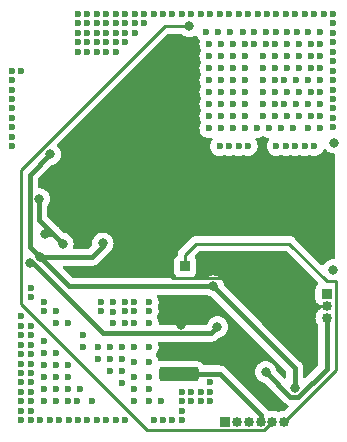
<source format=gbr>
%TF.GenerationSoftware,KiCad,Pcbnew,(6.0.5)*%
%TF.CreationDate,2022-07-20T13:20:04-04:00*%
%TF.ProjectId,torque_motor_design,746f7271-7565-45f6-9d6f-746f725f6465,rev?*%
%TF.SameCoordinates,Original*%
%TF.FileFunction,Copper,L2,Bot*%
%TF.FilePolarity,Positive*%
%FSLAX46Y46*%
G04 Gerber Fmt 4.6, Leading zero omitted, Abs format (unit mm)*
G04 Created by KiCad (PCBNEW (6.0.5)) date 2022-07-20 13:20:04*
%MOMM*%
%LPD*%
G01*
G04 APERTURE LIST*
G04 Aperture macros list*
%AMRoundRect*
0 Rectangle with rounded corners*
0 $1 Rounding radius*
0 $2 $3 $4 $5 $6 $7 $8 $9 X,Y pos of 4 corners*
0 Add a 4 corners polygon primitive as box body*
4,1,4,$2,$3,$4,$5,$6,$7,$8,$9,$2,$3,0*
0 Add four circle primitives for the rounded corners*
1,1,$1+$1,$2,$3*
1,1,$1+$1,$4,$5*
1,1,$1+$1,$6,$7*
1,1,$1+$1,$8,$9*
0 Add four rect primitives between the rounded corners*
20,1,$1+$1,$2,$3,$4,$5,0*
20,1,$1+$1,$4,$5,$6,$7,0*
20,1,$1+$1,$6,$7,$8,$9,0*
20,1,$1+$1,$8,$9,$2,$3,0*%
G04 Aperture macros list end*
%TA.AperFunction,ComponentPad*%
%ADD10R,0.850000X0.850000*%
%TD*%
%TA.AperFunction,ComponentPad*%
%ADD11O,0.850000X0.850000*%
%TD*%
%TA.AperFunction,SMDPad,CuDef*%
%ADD12RoundRect,0.250000X1.425000X-0.362500X1.425000X0.362500X-1.425000X0.362500X-1.425000X-0.362500X0*%
%TD*%
%TA.AperFunction,ViaPad*%
%ADD13C,0.600000*%
%TD*%
%TA.AperFunction,ViaPad*%
%ADD14C,0.800000*%
%TD*%
%TA.AperFunction,Conductor*%
%ADD15C,0.400000*%
%TD*%
%TA.AperFunction,Conductor*%
%ADD16C,0.250000*%
%TD*%
G04 APERTURE END LIST*
D10*
%TO.P,header_2,1*%
%TO.N,N/C*%
X198932800Y-58486800D03*
D11*
%TO.P,header_2,2*%
%TO.N,GND*%
X198932800Y-59486800D03*
%TO.P,header_2,3*%
%TO.N,+V*%
X198932800Y-60486800D03*
%TD*%
D10*
%TO.P,Current_Sense,1*%
%TO.N,current_sense*%
X186962000Y-56128000D03*
%TD*%
%TO.P,header,1*%
%TO.N,N/C*%
X190347600Y-69291200D03*
D11*
%TO.P,header,2*%
X191347600Y-69291200D03*
%TO.P,header,3*%
X192347600Y-69291200D03*
%TO.P,header,4*%
%TO.N,Net-(Motor-1-Pad1)*%
X193347600Y-69291200D03*
%TO.P,header,5*%
%TO.N,Torque_Mode*%
X194347600Y-69291200D03*
%TO.P,header,6*%
%TO.N,current_sense*%
X195347600Y-69291200D03*
%TD*%
D12*
%TO.P,R3,1*%
%TO.N,Net-(Motor-1-Pad1)*%
X186462000Y-65290500D03*
%TO.P,R3,2*%
%TO.N,GND*%
X186462000Y-59365500D03*
%TD*%
D13*
%TO.N,-V*%
X172292000Y-43568000D03*
X172288521Y-40367999D03*
X172292000Y-41968000D03*
X172292000Y-41168000D03*
X172292000Y-42768000D03*
X172292000Y-45168000D03*
X172292000Y-39568000D03*
X172292000Y-44368000D03*
X173080258Y-39557864D03*
X172289680Y-45965680D03*
D14*
%TO.N,+V*%
X174592000Y-50418000D03*
X176602000Y-54208000D03*
X173792000Y-55868000D03*
X193792000Y-65078000D03*
X175092000Y-53368000D03*
X189692000Y-61268000D03*
D13*
%TO.N,-V*%
X175006000Y-62484000D03*
X192786000Y-36322000D03*
X189992000Y-41402000D03*
X189892000Y-45968000D03*
X196088000Y-44450000D03*
X173092000Y-65168000D03*
X178692000Y-69168000D03*
X192292000Y-34768000D03*
X183492000Y-34768000D03*
X181864000Y-60960000D03*
X199492000Y-38768000D03*
X187492000Y-67568000D03*
D14*
X175517500Y-46649601D03*
D13*
X197358000Y-44450000D03*
X197612000Y-39370000D03*
X185892000Y-34768000D03*
X185892000Y-69168000D03*
X196342000Y-42418000D03*
X189992000Y-43434000D03*
X185092000Y-69168000D03*
X181864000Y-59182000D03*
X195326000Y-42418000D03*
X179832000Y-59182000D03*
X180594000Y-64008000D03*
X189992000Y-40386000D03*
X195580000Y-38354000D03*
X177892000Y-36368000D03*
X195580000Y-36322000D03*
X178054000Y-66548000D03*
X186692000Y-34768000D03*
X183896000Y-59944000D03*
X189092000Y-67568000D03*
X181864000Y-59944000D03*
X198374000Y-39370000D03*
X173892000Y-57968000D03*
X175006000Y-65532000D03*
X194564000Y-43434000D03*
X196292000Y-34768000D03*
X182692000Y-35568000D03*
X195580000Y-39370000D03*
X179492000Y-37168000D03*
X176022000Y-60960000D03*
X188976000Y-38354000D03*
X197612000Y-43434000D03*
X173092000Y-61968000D03*
X181892000Y-69168000D03*
X188976000Y-44450000D03*
X192024000Y-40386000D03*
X192024000Y-42418000D03*
X196596000Y-39370000D03*
X197358000Y-40386000D03*
X173891999Y-66789876D03*
X191897000Y-36322000D03*
X194691866Y-45964521D03*
X181092000Y-35568000D03*
X179070000Y-67564000D03*
X197612000Y-41402000D03*
X192292000Y-45968000D03*
X177092000Y-69168000D03*
X199492000Y-41168000D03*
X188976000Y-40386000D03*
X199492000Y-35568000D03*
X182626000Y-64262000D03*
X179486781Y-69162781D03*
X182626000Y-59944000D03*
D14*
X189342000Y-57818000D03*
D13*
X187492000Y-34768000D03*
X177038000Y-65532000D03*
X180292000Y-37968000D03*
X189892000Y-34768000D03*
X173892000Y-68368000D03*
X196596000Y-43434000D03*
X183896000Y-64262000D03*
X198374000Y-40386000D03*
X184288521Y-69164521D03*
D14*
X196242000Y-66418000D03*
D13*
X180292000Y-34768000D03*
X192024000Y-44450000D03*
X183896000Y-59182000D03*
X193548000Y-38354000D03*
X182626000Y-60960000D03*
X188292000Y-34768000D03*
X173092000Y-69168000D03*
X196292000Y-45968000D03*
X199492000Y-37168000D03*
X193548000Y-43434000D03*
X181092000Y-69168000D03*
X173892000Y-65968000D03*
X194056000Y-44450000D03*
X184292000Y-34768000D03*
D14*
X174692000Y-55368000D03*
D13*
X182626000Y-65532000D03*
X175006000Y-59944000D03*
X176022000Y-67564000D03*
X183870642Y-67546787D03*
X173892000Y-61968000D03*
X189738000Y-36322000D03*
X199492000Y-42768000D03*
X175492000Y-69168000D03*
X178692000Y-37968000D03*
X178692000Y-35568000D03*
X195580000Y-41402000D03*
X193548000Y-40386000D03*
X179491599Y-35562781D03*
X191492000Y-34768000D03*
X176022000Y-63500000D03*
X188976000Y-43434000D03*
X189092000Y-65968000D03*
X196469000Y-36322000D03*
X177038000Y-66548000D03*
X175006000Y-67564000D03*
X190692000Y-45968000D03*
X193548000Y-39370000D03*
X191492000Y-45968000D03*
X192786000Y-37338000D03*
X173892000Y-65168000D03*
X183896000Y-62992000D03*
X198692000Y-34768000D03*
X194564000Y-39370000D03*
X191008000Y-39370000D03*
X194564000Y-37338000D03*
X192024000Y-41402000D03*
X183896000Y-66548000D03*
X180848000Y-60960000D03*
X199492000Y-43568000D03*
X181610000Y-66040000D03*
X173092000Y-65968000D03*
X195580000Y-37338000D03*
X188292000Y-67568000D03*
X180848000Y-59968000D03*
X182626000Y-66548000D03*
X193548000Y-41402000D03*
X184912000Y-67564000D03*
X181610000Y-62992000D03*
X189085575Y-66761778D03*
X197892000Y-45968000D03*
X186692000Y-67568000D03*
X189992000Y-42418000D03*
X177892000Y-37968000D03*
X179578000Y-62992000D03*
X177892000Y-37168000D03*
X177038000Y-60960000D03*
X186692000Y-69168000D03*
X193548000Y-42418000D03*
X179578000Y-64008000D03*
X181892000Y-34768000D03*
X173084172Y-68366393D03*
X186692000Y-66768000D03*
X181610000Y-64008000D03*
X177038000Y-67564000D03*
X180594000Y-62992000D03*
X173890393Y-58766393D03*
X191008000Y-37338000D03*
X189992000Y-44450000D03*
X181892000Y-36368000D03*
X198374000Y-42418000D03*
X198374000Y-38354000D03*
X199492000Y-40368000D03*
X196596000Y-38354000D03*
X188976000Y-37338000D03*
X179484172Y-37967999D03*
X173092000Y-64368000D03*
X176292000Y-69168000D03*
X198374000Y-37338000D03*
X173092000Y-60368000D03*
X180292000Y-36368000D03*
X199492000Y-44368000D03*
X181092000Y-34768000D03*
X176022000Y-64516000D03*
X193802000Y-37338000D03*
X173092000Y-66768000D03*
X182626000Y-62992000D03*
X189092000Y-34768000D03*
X175006000Y-59182000D03*
X173892000Y-64368000D03*
X182626000Y-59182000D03*
X194564000Y-40386000D03*
X181892000Y-37168000D03*
X178692000Y-37168000D03*
X197358000Y-42418000D03*
X180292000Y-37168000D03*
X178308000Y-62992000D03*
X199492000Y-39568000D03*
X189992000Y-38354000D03*
X178692000Y-34768000D03*
X192024000Y-39370000D03*
X181092000Y-36368000D03*
X176022000Y-65532000D03*
X183896000Y-60960000D03*
X177892000Y-34768000D03*
X194564000Y-38354000D03*
X176022000Y-66548000D03*
X175006000Y-63500000D03*
X198374000Y-36322000D03*
X181610000Y-65024000D03*
X180848000Y-59182000D03*
X181092000Y-37968000D03*
X188292000Y-66768000D03*
X173092000Y-67568000D03*
X173092000Y-63568000D03*
X191008000Y-43434000D03*
X199492000Y-41968000D03*
X187488787Y-66761778D03*
X186692000Y-68368000D03*
X191008000Y-41402000D03*
X190692000Y-34768000D03*
X173092000Y-62768000D03*
X179492000Y-36368000D03*
X182692000Y-34768000D03*
X190754000Y-36322000D03*
X183896000Y-65532000D03*
X196596000Y-41402000D03*
X175006000Y-64516000D03*
X178308000Y-61976000D03*
X199492000Y-34768000D03*
X194691000Y-36322000D03*
X177892000Y-35568000D03*
X179492000Y-34768000D03*
X197612000Y-37338000D03*
X191008000Y-44450000D03*
X183492000Y-35568000D03*
X192024000Y-37338000D03*
X199488521Y-37967999D03*
X199492000Y-36368000D03*
X197092000Y-45968000D03*
X195072000Y-44450000D03*
X198374000Y-41402000D03*
X180292000Y-35568000D03*
X196342000Y-40386000D03*
X188976000Y-42418000D03*
X181892000Y-35568000D03*
X174692000Y-69168000D03*
X193040000Y-44450000D03*
X193892000Y-34768000D03*
X180292000Y-69168000D03*
X191008000Y-38354000D03*
X188722000Y-36322000D03*
X197892000Y-34768000D03*
X193802000Y-36322000D03*
X185092000Y-34768000D03*
D14*
X199491600Y-56438800D03*
D13*
X191008000Y-42418000D03*
X176022000Y-59944000D03*
X173092000Y-61168000D03*
X177892000Y-69168000D03*
X198374000Y-44450000D03*
X193092000Y-34768000D03*
X182626000Y-67564000D03*
D14*
X199592000Y-45668000D03*
D13*
X195326000Y-40386000D03*
X188976000Y-41402000D03*
X173892000Y-69168000D03*
X178692000Y-36368000D03*
X177800000Y-67564000D03*
X198374000Y-43434000D03*
X173892000Y-67568000D03*
X182692000Y-36368000D03*
X188976000Y-39370000D03*
X180594000Y-65024000D03*
X192024000Y-43434000D03*
X181092000Y-37168000D03*
X173892000Y-62768000D03*
X197612000Y-38354000D03*
X195580000Y-43434000D03*
X195492000Y-45968000D03*
X192024000Y-38354000D03*
X191008000Y-40386000D03*
X189992000Y-37338000D03*
X194692000Y-34768000D03*
D14*
X179992000Y-54193000D03*
D13*
X195492000Y-34768000D03*
X173892000Y-61168000D03*
X175006000Y-66548000D03*
X194564000Y-41402000D03*
X177038000Y-64516000D03*
X197358000Y-36322000D03*
X194564000Y-42418000D03*
X189992000Y-39370000D03*
X196596000Y-37338000D03*
X173892000Y-63568000D03*
X197092000Y-34768000D03*
X179832000Y-59944000D03*
D14*
%TO.N,Torque_Mode*%
X187325000Y-35814000D03*
%TO.N,GND*%
X191008000Y-57277000D03*
X187807600Y-52578000D03*
X186639200Y-61061600D03*
X180721000Y-42672000D03*
X183742000Y-41718000D03*
X175671854Y-51486867D03*
X178212000Y-53318000D03*
X194818000Y-56845200D03*
%TO.N,Net-(Motor-1-Pad1)*%
X186752000Y-65238000D03*
%TD*%
D15*
%TO.N,+V*%
X198932800Y-64787170D02*
X198932800Y-60486800D01*
X174061320Y-55868000D02*
X180004431Y-61811111D01*
X175092000Y-53368000D02*
X175762000Y-53368000D01*
X175762000Y-53368000D02*
X176602000Y-54208000D01*
X174592000Y-50418000D02*
X174592000Y-52198000D01*
X174592000Y-52198000D02*
X176602000Y-54208000D01*
X195881511Y-67167511D02*
X196552459Y-67167511D01*
X180004431Y-61811111D02*
X189148889Y-61811111D01*
X193792000Y-65078000D02*
X195881511Y-67167511D01*
X189148889Y-61811111D02*
X189692000Y-61268000D01*
X196552459Y-67167511D02*
X198932800Y-64787170D01*
X173792000Y-55868000D02*
X174061320Y-55868000D01*
%TO.N,-V*%
X173792489Y-48374612D02*
X173792489Y-54468489D01*
X196242000Y-64718000D02*
X189342000Y-57818000D01*
X177142000Y-57818000D02*
X174692000Y-55368000D01*
X179992000Y-54193000D02*
X179992000Y-54448680D01*
X175517500Y-46649601D02*
X173792489Y-48374612D01*
X189342000Y-57818000D02*
X177142000Y-57818000D01*
X173792489Y-54468489D02*
X174692000Y-55368000D01*
X179992000Y-54448680D02*
X179072680Y-55368000D01*
X179072680Y-55368000D02*
X174692000Y-55368000D01*
X196242000Y-66418000D02*
X196242000Y-64718000D01*
D16*
%TO.N,Torque_Mode*%
X185216800Y-35814000D02*
X187325000Y-35814000D01*
X183731911Y-69990711D02*
X173024800Y-59283600D01*
X194347600Y-69291200D02*
X193648089Y-69990711D01*
X193648089Y-69990711D02*
X183731911Y-69990711D01*
X173024800Y-48006000D02*
X185216800Y-35814000D01*
X173024800Y-59283600D02*
X173024800Y-48006000D01*
%TO.N,GND*%
X194818000Y-57294000D02*
X197010800Y-59486800D01*
X194818000Y-56845200D02*
X191439800Y-56845200D01*
X175671854Y-51486867D02*
X177502987Y-53318000D01*
X186462000Y-60884400D02*
X186639200Y-61061600D01*
X180721000Y-42672000D02*
X180721000Y-46437721D01*
X190874489Y-57143489D02*
X185972289Y-57143489D01*
X180315667Y-51486867D02*
X175671854Y-51486867D01*
X180721000Y-45491400D02*
X180721000Y-42672000D01*
X187807600Y-52578000D02*
X180721000Y-45491400D01*
X197010800Y-59486800D02*
X198932800Y-59486800D01*
X181675000Y-41718000D02*
X183742000Y-41718000D01*
X186509500Y-59318000D02*
X186462000Y-59365500D01*
X177502987Y-53318000D02*
X178212000Y-53318000D01*
X185972289Y-57143489D02*
X180315667Y-51486867D01*
X194818000Y-56845200D02*
X194818000Y-57294000D01*
X180721000Y-46437721D02*
X175671854Y-51486867D01*
X191439800Y-56845200D02*
X191008000Y-57277000D01*
X180721000Y-42672000D02*
X181675000Y-41718000D01*
X186612000Y-59318000D02*
X186509500Y-59318000D01*
X186462000Y-59365500D02*
X186462000Y-60884400D01*
X191008000Y-57277000D02*
X190874489Y-57143489D01*
D15*
%TO.N,Net-(Motor-1-Pad1)*%
X186752000Y-65238000D02*
X189895440Y-65238000D01*
X193347600Y-68690160D02*
X193347600Y-69291200D01*
X186514500Y-65238000D02*
X186462000Y-65290500D01*
X189895440Y-65238000D02*
X193347600Y-68690160D01*
X186752000Y-65238000D02*
X186514500Y-65238000D01*
D16*
%TO.N,current_sense*%
X199745600Y-57404000D02*
X198983600Y-57404000D01*
X198983600Y-57404000D02*
X195783200Y-54203600D01*
X199745600Y-64893200D02*
X199745600Y-57404000D01*
X186962000Y-55150800D02*
X186962000Y-56128000D01*
X195347600Y-69291200D02*
X199745600Y-64893200D01*
X187909200Y-54203600D02*
X186962000Y-55150800D01*
X195783200Y-54203600D02*
X187909200Y-54203600D01*
%TD*%
%TA.AperFunction,Conductor*%
%TO.N,GND*%
G36*
X188798716Y-58546502D02*
G01*
X188804656Y-58550564D01*
X188872916Y-58600158D01*
X188885248Y-58609118D01*
X188891276Y-58611802D01*
X188891278Y-58611803D01*
X189042842Y-58679283D01*
X189059712Y-58686794D01*
X189196411Y-58715850D01*
X189212569Y-58719285D01*
X189275467Y-58753437D01*
X195496595Y-64974565D01*
X195530621Y-65036877D01*
X195533500Y-65063660D01*
X195533500Y-65513340D01*
X195513498Y-65581461D01*
X195459842Y-65627954D01*
X195389568Y-65638058D01*
X195324988Y-65608564D01*
X195318405Y-65602435D01*
X194726665Y-65010695D01*
X194692639Y-64948383D01*
X194690450Y-64934770D01*
X194686232Y-64894637D01*
X194686232Y-64894635D01*
X194685542Y-64888072D01*
X194626527Y-64706444D01*
X194605990Y-64670872D01*
X194575286Y-64617692D01*
X194531040Y-64541056D01*
X194517611Y-64526141D01*
X194407675Y-64404045D01*
X194407674Y-64404044D01*
X194403253Y-64399134D01*
X194248752Y-64286882D01*
X194242724Y-64284198D01*
X194242722Y-64284197D01*
X194080319Y-64211891D01*
X194080318Y-64211891D01*
X194074288Y-64209206D01*
X193954175Y-64183675D01*
X193893944Y-64170872D01*
X193893939Y-64170872D01*
X193887487Y-64169500D01*
X193696513Y-64169500D01*
X193690061Y-64170872D01*
X193690056Y-64170872D01*
X193629825Y-64183675D01*
X193509712Y-64209206D01*
X193503682Y-64211891D01*
X193503681Y-64211891D01*
X193341278Y-64284197D01*
X193341276Y-64284198D01*
X193335248Y-64286882D01*
X193180747Y-64399134D01*
X193176326Y-64404044D01*
X193176325Y-64404045D01*
X193066390Y-64526141D01*
X193052960Y-64541056D01*
X193008714Y-64617692D01*
X192978011Y-64670872D01*
X192957473Y-64706444D01*
X192898458Y-64888072D01*
X192897768Y-64894633D01*
X192897768Y-64894635D01*
X192884826Y-65017771D01*
X192878496Y-65078000D01*
X192879186Y-65084565D01*
X192889264Y-65180448D01*
X192898458Y-65267928D01*
X192957473Y-65449556D01*
X193052960Y-65614944D01*
X193057378Y-65619851D01*
X193057379Y-65619852D01*
X193176325Y-65751955D01*
X193180747Y-65756866D01*
X193269017Y-65820998D01*
X193307125Y-65848685D01*
X193335248Y-65869118D01*
X193341276Y-65871802D01*
X193341278Y-65871803D01*
X193503681Y-65944109D01*
X193509712Y-65946794D01*
X193646411Y-65975850D01*
X193662569Y-65979285D01*
X193725467Y-66013437D01*
X195360061Y-67648031D01*
X195365915Y-67654296D01*
X195403950Y-67697896D01*
X195410168Y-67702266D01*
X195456208Y-67734623D01*
X195461504Y-67738556D01*
X195511793Y-67777988D01*
X195518715Y-67781113D01*
X195520963Y-67782475D01*
X195535696Y-67790879D01*
X195538035Y-67792133D01*
X195544250Y-67796501D01*
X195551326Y-67799260D01*
X195551330Y-67799262D01*
X195603780Y-67819711D01*
X195609858Y-67822266D01*
X195657805Y-67843915D01*
X195711658Y-67890176D01*
X195731953Y-67958210D01*
X195712243Y-68026416D01*
X195695049Y-68047846D01*
X195422100Y-68320795D01*
X195359788Y-68354821D01*
X195333005Y-68357700D01*
X195249485Y-68357700D01*
X195243032Y-68359072D01*
X195243028Y-68359072D01*
X195167873Y-68375047D01*
X195057544Y-68398498D01*
X195051514Y-68401183D01*
X195051513Y-68401183D01*
X195025551Y-68412742D01*
X194898848Y-68469154D01*
X194828482Y-68478588D01*
X194796353Y-68469155D01*
X194669649Y-68412742D01*
X194643687Y-68401183D01*
X194643686Y-68401183D01*
X194637656Y-68398498D01*
X194527327Y-68375047D01*
X194452172Y-68359072D01*
X194452168Y-68359072D01*
X194445715Y-68357700D01*
X194249485Y-68357700D01*
X194240998Y-68359504D01*
X194097851Y-68389930D01*
X194027061Y-68384528D01*
X193970428Y-68341711D01*
X193964545Y-68332846D01*
X193961915Y-68326855D01*
X193957296Y-68320836D01*
X193957294Y-68320832D01*
X193936140Y-68293265D01*
X193923013Y-68276158D01*
X193919141Y-68270828D01*
X193887261Y-68224440D01*
X193887256Y-68224435D01*
X193882957Y-68218179D01*
X193876100Y-68212069D01*
X193836430Y-68176725D01*
X193831154Y-68171744D01*
X190416890Y-64757480D01*
X190411036Y-64751215D01*
X190380045Y-64715690D01*
X190373001Y-64707615D01*
X190320720Y-64670871D01*
X190315426Y-64666939D01*
X190271133Y-64632209D01*
X190265158Y-64627524D01*
X190258242Y-64624401D01*
X190255956Y-64623017D01*
X190241275Y-64614643D01*
X190238915Y-64613378D01*
X190232701Y-64609010D01*
X190225622Y-64606250D01*
X190225620Y-64606249D01*
X190173165Y-64585798D01*
X190167096Y-64583247D01*
X190108867Y-64556955D01*
X190101400Y-64555571D01*
X190098845Y-64554770D01*
X190082592Y-64550141D01*
X190080012Y-64549478D01*
X190072931Y-64546718D01*
X190065400Y-64545727D01*
X190065398Y-64545726D01*
X190035779Y-64541827D01*
X190009579Y-64538378D01*
X190003081Y-64537348D01*
X189940254Y-64525704D01*
X189932674Y-64526141D01*
X189932673Y-64526141D01*
X189878048Y-64529291D01*
X189870794Y-64529500D01*
X188602617Y-64529500D01*
X188534496Y-64509498D01*
X188495474Y-64469805D01*
X188489332Y-64459880D01*
X188485478Y-64453652D01*
X188360303Y-64328695D01*
X188354072Y-64324854D01*
X188215968Y-64239725D01*
X188215966Y-64239724D01*
X188209738Y-64235885D01*
X188108066Y-64202162D01*
X188048389Y-64182368D01*
X188048387Y-64182368D01*
X188041861Y-64180203D01*
X188035025Y-64179503D01*
X188035022Y-64179502D01*
X187991969Y-64175091D01*
X187937400Y-64169500D01*
X184986600Y-64169500D01*
X184983354Y-64169837D01*
X184983350Y-64169837D01*
X184887692Y-64179762D01*
X184887688Y-64179763D01*
X184880834Y-64180474D01*
X184874298Y-64182655D01*
X184874296Y-64182655D01*
X184854709Y-64189190D01*
X184783760Y-64191774D01*
X184722676Y-64155591D01*
X184692514Y-64095443D01*
X184691744Y-64095618D01*
X184691033Y-64092489D01*
X184690851Y-64092126D01*
X184690670Y-64090892D01*
X184690182Y-64088745D01*
X184689397Y-64081745D01*
X184663103Y-64006238D01*
X184632064Y-63917106D01*
X184632062Y-63917103D01*
X184629745Y-63910448D01*
X184533626Y-63756624D01*
X184520935Y-63743844D01*
X184493979Y-63716699D01*
X184460172Y-63654268D01*
X184465484Y-63583470D01*
X184496492Y-63536670D01*
X184505872Y-63527737D01*
X184519266Y-63514982D01*
X184619643Y-63363902D01*
X184684055Y-63194338D01*
X184696010Y-63109273D01*
X184708748Y-63018639D01*
X184708748Y-63018636D01*
X184709299Y-63014717D01*
X184709616Y-62992000D01*
X184689397Y-62811745D01*
X184685546Y-62800685D01*
X184645973Y-62687048D01*
X184642459Y-62616138D01*
X184677841Y-62554586D01*
X184740883Y-62521934D01*
X184764964Y-62519611D01*
X189119977Y-62519611D01*
X189128547Y-62519903D01*
X189178665Y-62523320D01*
X189178669Y-62523320D01*
X189186241Y-62523836D01*
X189193718Y-62522531D01*
X189193719Y-62522531D01*
X189220197Y-62517910D01*
X189249192Y-62512849D01*
X189255710Y-62511888D01*
X189319131Y-62504213D01*
X189326232Y-62501530D01*
X189328841Y-62500889D01*
X189345151Y-62496426D01*
X189347687Y-62495661D01*
X189355173Y-62494354D01*
X189413689Y-62468667D01*
X189419793Y-62466176D01*
X189472437Y-62446284D01*
X189472438Y-62446283D01*
X189479545Y-62443598D01*
X189485808Y-62439294D01*
X189488174Y-62438057D01*
X189502986Y-62429812D01*
X189505240Y-62428479D01*
X189512194Y-62425426D01*
X189562891Y-62386524D01*
X189568221Y-62382652D01*
X189614609Y-62350772D01*
X189614614Y-62350767D01*
X189620870Y-62346468D01*
X189662325Y-62299940D01*
X189667305Y-62294665D01*
X189758533Y-62203437D01*
X189821431Y-62169285D01*
X189837589Y-62165850D01*
X189974288Y-62136794D01*
X189980319Y-62134109D01*
X190142722Y-62061803D01*
X190142724Y-62061802D01*
X190148752Y-62059118D01*
X190303253Y-61946866D01*
X190431040Y-61804944D01*
X190526527Y-61639556D01*
X190585542Y-61457928D01*
X190605504Y-61268000D01*
X190590943Y-61129457D01*
X190586232Y-61084635D01*
X190586232Y-61084633D01*
X190585542Y-61078072D01*
X190526527Y-60896444D01*
X190431040Y-60731056D01*
X190417205Y-60715690D01*
X190307675Y-60594045D01*
X190307674Y-60594044D01*
X190303253Y-60589134D01*
X190148752Y-60476882D01*
X190142724Y-60474198D01*
X190142722Y-60474197D01*
X189980319Y-60401891D01*
X189980318Y-60401891D01*
X189974288Y-60399206D01*
X189880887Y-60379353D01*
X189793944Y-60360872D01*
X189793939Y-60360872D01*
X189787487Y-60359500D01*
X189596513Y-60359500D01*
X189590061Y-60360872D01*
X189590056Y-60360872D01*
X189503113Y-60379353D01*
X189409712Y-60399206D01*
X189403682Y-60401891D01*
X189403681Y-60401891D01*
X189241278Y-60474197D01*
X189241276Y-60474198D01*
X189235248Y-60476882D01*
X189080747Y-60589134D01*
X189076326Y-60594044D01*
X189076325Y-60594045D01*
X188966796Y-60715690D01*
X188952960Y-60731056D01*
X188857473Y-60896444D01*
X188828167Y-60986640D01*
X188818774Y-61015547D01*
X188778701Y-61074153D01*
X188713304Y-61101790D01*
X188698941Y-61102611D01*
X184835397Y-61102611D01*
X184767276Y-61082609D01*
X184720783Y-61028953D01*
X184709409Y-60974855D01*
X184709561Y-60963964D01*
X184709561Y-60963959D01*
X184709616Y-60960000D01*
X184689397Y-60779745D01*
X184687080Y-60773091D01*
X184632064Y-60615106D01*
X184632062Y-60615103D01*
X184629745Y-60608448D01*
X184573674Y-60518715D01*
X184554539Y-60450349D01*
X184575581Y-60382221D01*
X184592577Y-60356640D01*
X184619643Y-60315902D01*
X184672527Y-60176685D01*
X184681555Y-60152920D01*
X184681556Y-60152918D01*
X184684055Y-60146338D01*
X184709299Y-59966717D01*
X184709616Y-59944000D01*
X184689397Y-59763745D01*
X184687080Y-59757091D01*
X184632993Y-59601774D01*
X184629479Y-59530864D01*
X184634196Y-59515594D01*
X184681554Y-59390924D01*
X184681556Y-59390917D01*
X184684055Y-59384338D01*
X184687136Y-59362415D01*
X184708748Y-59208639D01*
X184708748Y-59208636D01*
X184709299Y-59204717D01*
X184709616Y-59182000D01*
X184689397Y-59001745D01*
X184687080Y-58995091D01*
X184632064Y-58837106D01*
X184632062Y-58837103D01*
X184629745Y-58830448D01*
X184560272Y-58719267D01*
X184541137Y-58650900D01*
X184562002Y-58583039D01*
X184616244Y-58537231D01*
X184667127Y-58526500D01*
X188730595Y-58526500D01*
X188798716Y-58546502D01*
G37*
%TD.AperFunction*%
%TA.AperFunction,Conductor*%
G36*
X195536727Y-54857102D02*
G01*
X195557701Y-54874005D01*
X198177643Y-57493948D01*
X198211669Y-57556260D01*
X198206604Y-57627076D01*
X198164113Y-57683869D01*
X198144539Y-57698539D01*
X198057185Y-57815095D01*
X198006055Y-57951484D01*
X197999300Y-58013666D01*
X197999300Y-58959934D01*
X198006055Y-59022116D01*
X198057185Y-59158505D01*
X198144539Y-59275061D01*
X198261095Y-59362415D01*
X198397484Y-59413545D01*
X198405336Y-59414398D01*
X198405340Y-59414399D01*
X198456380Y-59419943D01*
X198521943Y-59447185D01*
X198562369Y-59505548D01*
X198564825Y-59576502D01*
X198528530Y-59637520D01*
X198494023Y-59660312D01*
X198469514Y-59671224D01*
X198469506Y-59671229D01*
X198463479Y-59673912D01*
X198458138Y-59677792D01*
X198458137Y-59677793D01*
X198339835Y-59763745D01*
X198304726Y-59789253D01*
X198300305Y-59794163D01*
X198300304Y-59794164D01*
X198241302Y-59859693D01*
X198173423Y-59935080D01*
X198075308Y-60105020D01*
X198014670Y-60291645D01*
X198013980Y-60298208D01*
X198013980Y-60298209D01*
X198003719Y-60395832D01*
X197994158Y-60486800D01*
X198014670Y-60681955D01*
X198075308Y-60868580D01*
X198078611Y-60874302D01*
X198078612Y-60874303D01*
X198160160Y-61015547D01*
X198173423Y-61038520D01*
X198177845Y-61043431D01*
X198177847Y-61043434D01*
X198191936Y-61059082D01*
X198222654Y-61123089D01*
X198224300Y-61143392D01*
X198224300Y-64441509D01*
X198204298Y-64509630D01*
X198187395Y-64530604D01*
X197633435Y-65084565D01*
X197165595Y-65552405D01*
X197103283Y-65586430D01*
X197032468Y-65581366D01*
X196975632Y-65538819D01*
X196950821Y-65472299D01*
X196950500Y-65463310D01*
X196950500Y-64746927D01*
X196950792Y-64738358D01*
X196954210Y-64688225D01*
X196954210Y-64688221D01*
X196954726Y-64680648D01*
X196943736Y-64617681D01*
X196942775Y-64611165D01*
X196939705Y-64585798D01*
X196935102Y-64547758D01*
X196932419Y-64540657D01*
X196931778Y-64538048D01*
X196927313Y-64521728D01*
X196926548Y-64519195D01*
X196925243Y-64511717D01*
X196899552Y-64453190D01*
X196897067Y-64447102D01*
X196877172Y-64394449D01*
X196877171Y-64394447D01*
X196874487Y-64387344D01*
X196870186Y-64381085D01*
X196868949Y-64378720D01*
X196860727Y-64363948D01*
X196859372Y-64361656D01*
X196856316Y-64354695D01*
X196851691Y-64348668D01*
X196851689Y-64348664D01*
X196817407Y-64303987D01*
X196813529Y-64298650D01*
X196805442Y-64286882D01*
X196777357Y-64246019D01*
X196770712Y-64240098D01*
X196730839Y-64204573D01*
X196725563Y-64199592D01*
X193502656Y-60976685D01*
X190276665Y-57750695D01*
X190242639Y-57688383D01*
X190240450Y-57674770D01*
X190236232Y-57634637D01*
X190235542Y-57628072D01*
X190176527Y-57446444D01*
X190081040Y-57281056D01*
X189953253Y-57139134D01*
X189816293Y-57039626D01*
X189804094Y-57030763D01*
X189804093Y-57030762D01*
X189798752Y-57026882D01*
X189792724Y-57024198D01*
X189792722Y-57024197D01*
X189630319Y-56951891D01*
X189630318Y-56951891D01*
X189624288Y-56949206D01*
X189530887Y-56929353D01*
X189443944Y-56910872D01*
X189443939Y-56910872D01*
X189437487Y-56909500D01*
X189246513Y-56909500D01*
X189240061Y-56910872D01*
X189240056Y-56910872D01*
X189153113Y-56929353D01*
X189059712Y-56949206D01*
X189053682Y-56951891D01*
X189053681Y-56951891D01*
X188891278Y-57024197D01*
X188891276Y-57024198D01*
X188885248Y-57026882D01*
X188879907Y-57030762D01*
X188879906Y-57030763D01*
X188804656Y-57085436D01*
X188737789Y-57109294D01*
X188730595Y-57109500D01*
X187857327Y-57109500D01*
X187789206Y-57089498D01*
X187742713Y-57035842D01*
X187732609Y-56965568D01*
X187756501Y-56907935D01*
X187832229Y-56806891D01*
X187837615Y-56799705D01*
X187888745Y-56663316D01*
X187895500Y-56601134D01*
X187895500Y-55654866D01*
X187888745Y-55592684D01*
X187837615Y-55456295D01*
X187780948Y-55380684D01*
X187756101Y-55314178D01*
X187771154Y-55244796D01*
X187792680Y-55216024D01*
X187937935Y-55070770D01*
X188134701Y-54874004D01*
X188197013Y-54839979D01*
X188223796Y-54837100D01*
X195468606Y-54837100D01*
X195536727Y-54857102D01*
G37*
%TD.AperFunction*%
%TA.AperFunction,Conductor*%
G36*
X186684921Y-36467502D02*
G01*
X186704147Y-36483843D01*
X186704420Y-36483540D01*
X186709332Y-36487963D01*
X186713747Y-36492866D01*
X186719086Y-36496745D01*
X186849988Y-36591851D01*
X186868248Y-36605118D01*
X186874276Y-36607802D01*
X186874278Y-36607803D01*
X187012397Y-36669297D01*
X187042712Y-36682794D01*
X187135807Y-36702582D01*
X187223056Y-36721128D01*
X187223061Y-36721128D01*
X187229513Y-36722500D01*
X187420487Y-36722500D01*
X187426939Y-36721128D01*
X187426944Y-36721128D01*
X187514193Y-36702582D01*
X187607288Y-36682794D01*
X187637603Y-36669297D01*
X187775722Y-36607803D01*
X187775724Y-36607802D01*
X187781752Y-36605118D01*
X187789307Y-36599629D01*
X187790804Y-36599095D01*
X187792811Y-36597936D01*
X187793023Y-36598303D01*
X187856175Y-36575770D01*
X187925327Y-36591851D01*
X187974807Y-36642765D01*
X187978020Y-36650297D01*
X187978240Y-36650195D01*
X187981195Y-36656590D01*
X187983418Y-36663273D01*
X187987065Y-36669295D01*
X187987066Y-36669297D01*
X188073270Y-36811637D01*
X188077380Y-36818424D01*
X188082270Y-36823487D01*
X188082274Y-36823493D01*
X188187763Y-36932729D01*
X188220696Y-36995625D01*
X188215528Y-37063350D01*
X188198554Y-37109986D01*
X188185197Y-37146685D01*
X188162463Y-37326640D01*
X188180163Y-37507160D01*
X188237418Y-37679273D01*
X188296413Y-37776685D01*
X188299101Y-37781124D01*
X188317280Y-37849753D01*
X188297236Y-37914650D01*
X188251054Y-37986310D01*
X188251050Y-37986319D01*
X188247235Y-37992238D01*
X188244826Y-37998858D01*
X188244825Y-37998859D01*
X188187606Y-38156066D01*
X188185197Y-38162685D01*
X188162463Y-38342640D01*
X188180163Y-38523160D01*
X188237418Y-38695273D01*
X188241065Y-38701295D01*
X188241066Y-38701297D01*
X188255967Y-38725902D01*
X188289601Y-38781437D01*
X188299101Y-38797124D01*
X188317280Y-38865753D01*
X188297236Y-38930650D01*
X188251054Y-39002310D01*
X188251050Y-39002319D01*
X188247235Y-39008238D01*
X188185197Y-39178685D01*
X188162463Y-39358640D01*
X188180163Y-39539160D01*
X188237418Y-39711273D01*
X188241065Y-39717295D01*
X188241066Y-39717297D01*
X188299101Y-39813124D01*
X188317280Y-39881753D01*
X188297236Y-39946650D01*
X188251054Y-40018310D01*
X188251050Y-40018319D01*
X188247235Y-40024238D01*
X188185197Y-40194685D01*
X188162463Y-40374640D01*
X188180163Y-40555160D01*
X188237418Y-40727273D01*
X188241065Y-40733295D01*
X188241066Y-40733297D01*
X188299101Y-40829124D01*
X188317280Y-40897753D01*
X188297236Y-40962650D01*
X188251054Y-41034310D01*
X188251050Y-41034319D01*
X188247235Y-41040238D01*
X188185197Y-41210685D01*
X188162463Y-41390640D01*
X188180163Y-41571160D01*
X188237418Y-41743273D01*
X188241065Y-41749295D01*
X188241066Y-41749297D01*
X188299101Y-41845124D01*
X188317280Y-41913753D01*
X188297236Y-41978650D01*
X188251054Y-42050310D01*
X188251050Y-42050319D01*
X188247235Y-42056238D01*
X188185197Y-42226685D01*
X188162463Y-42406640D01*
X188180163Y-42587160D01*
X188237418Y-42759273D01*
X188241065Y-42765295D01*
X188241066Y-42765297D01*
X188299101Y-42861124D01*
X188317280Y-42929753D01*
X188297236Y-42994650D01*
X188251054Y-43066310D01*
X188251050Y-43066319D01*
X188247235Y-43072238D01*
X188244826Y-43078858D01*
X188244825Y-43078859D01*
X188193908Y-43218752D01*
X188185197Y-43242685D01*
X188162463Y-43422640D01*
X188180163Y-43603160D01*
X188237418Y-43775273D01*
X188241065Y-43781295D01*
X188241066Y-43781297D01*
X188299101Y-43877124D01*
X188317280Y-43945753D01*
X188297236Y-44010650D01*
X188251054Y-44082310D01*
X188251050Y-44082319D01*
X188247235Y-44088238D01*
X188185197Y-44258685D01*
X188162463Y-44438640D01*
X188180163Y-44619160D01*
X188237418Y-44791273D01*
X188241065Y-44797295D01*
X188241066Y-44797297D01*
X188256697Y-44823106D01*
X188331380Y-44946424D01*
X188457382Y-45076902D01*
X188463278Y-45080760D01*
X188590577Y-45164062D01*
X188609159Y-45176222D01*
X188615763Y-45178678D01*
X188615765Y-45178679D01*
X188772558Y-45236990D01*
X188772560Y-45236990D01*
X188779168Y-45239448D01*
X188862995Y-45250633D01*
X188951980Y-45262507D01*
X188951984Y-45262507D01*
X188958961Y-45263438D01*
X188965972Y-45262800D01*
X188965976Y-45262800D01*
X189054137Y-45254776D01*
X189139600Y-45246998D01*
X189144627Y-45245365D01*
X189214684Y-45251202D01*
X189271017Y-45294413D01*
X189295045Y-45361220D01*
X189279140Y-45430413D01*
X189266915Y-45448366D01*
X189266529Y-45448840D01*
X189261493Y-45453771D01*
X189163235Y-45606238D01*
X189160826Y-45612858D01*
X189160824Y-45612861D01*
X189140755Y-45668000D01*
X189101197Y-45776685D01*
X189078463Y-45956640D01*
X189096163Y-46137160D01*
X189153418Y-46309273D01*
X189157065Y-46315295D01*
X189157066Y-46315297D01*
X189240701Y-46453395D01*
X189247380Y-46464424D01*
X189252269Y-46469487D01*
X189252270Y-46469488D01*
X189273027Y-46490982D01*
X189373382Y-46594902D01*
X189525159Y-46694222D01*
X189531763Y-46696678D01*
X189531765Y-46696679D01*
X189688558Y-46754990D01*
X189688560Y-46754990D01*
X189695168Y-46757448D01*
X189772729Y-46767797D01*
X189867980Y-46780507D01*
X189867984Y-46780507D01*
X189874961Y-46781438D01*
X189881972Y-46780800D01*
X189881976Y-46780800D01*
X190024845Y-46767797D01*
X190055600Y-46764998D01*
X190062302Y-46762820D01*
X190062304Y-46762820D01*
X190221409Y-46711124D01*
X190221412Y-46711123D01*
X190228108Y-46708947D01*
X190234159Y-46705340D01*
X190240574Y-46702430D01*
X190241826Y-46705190D01*
X190297550Y-46690866D01*
X190337185Y-46698694D01*
X190495168Y-46757448D01*
X190572729Y-46767797D01*
X190667980Y-46780507D01*
X190667984Y-46780507D01*
X190674961Y-46781438D01*
X190681972Y-46780800D01*
X190681976Y-46780800D01*
X190824845Y-46767797D01*
X190855600Y-46764998D01*
X190862302Y-46762820D01*
X190862304Y-46762820D01*
X191021409Y-46711124D01*
X191021412Y-46711123D01*
X191028108Y-46708947D01*
X191034159Y-46705340D01*
X191040574Y-46702430D01*
X191041826Y-46705190D01*
X191097550Y-46690866D01*
X191137185Y-46698694D01*
X191295168Y-46757448D01*
X191372729Y-46767797D01*
X191467980Y-46780507D01*
X191467984Y-46780507D01*
X191474961Y-46781438D01*
X191481972Y-46780800D01*
X191481976Y-46780800D01*
X191624845Y-46767797D01*
X191655600Y-46764998D01*
X191662302Y-46762820D01*
X191662304Y-46762820D01*
X191821409Y-46711124D01*
X191821412Y-46711123D01*
X191828108Y-46708947D01*
X191834159Y-46705340D01*
X191840574Y-46702430D01*
X191841826Y-46705190D01*
X191897550Y-46690866D01*
X191937185Y-46698694D01*
X192095168Y-46757448D01*
X192172729Y-46767797D01*
X192267980Y-46780507D01*
X192267984Y-46780507D01*
X192274961Y-46781438D01*
X192281972Y-46780800D01*
X192281976Y-46780800D01*
X192424845Y-46767797D01*
X192455600Y-46764998D01*
X192462302Y-46762820D01*
X192462304Y-46762820D01*
X192621409Y-46711124D01*
X192621412Y-46711123D01*
X192628108Y-46708947D01*
X192783912Y-46616069D01*
X192915266Y-46490982D01*
X193015643Y-46339902D01*
X193070303Y-46196011D01*
X193077555Y-46176920D01*
X193077556Y-46176918D01*
X193080055Y-46170338D01*
X193081361Y-46161046D01*
X193104748Y-45994639D01*
X193104748Y-45994636D01*
X193105299Y-45990717D01*
X193105616Y-45968000D01*
X193085397Y-45787745D01*
X193082272Y-45778771D01*
X193028064Y-45623106D01*
X193028062Y-45623103D01*
X193025745Y-45616448D01*
X192929626Y-45462624D01*
X192930214Y-45462257D01*
X192905543Y-45401296D01*
X192918716Y-45331533D01*
X192967515Y-45279966D01*
X193023155Y-45265565D01*
X193022961Y-45263438D01*
X193203600Y-45246998D01*
X193210302Y-45244820D01*
X193210304Y-45244820D01*
X193369409Y-45193124D01*
X193369412Y-45193123D01*
X193376108Y-45190947D01*
X193396688Y-45178679D01*
X193484072Y-45126588D01*
X193552827Y-45108888D01*
X193617581Y-45129384D01*
X193683263Y-45172365D01*
X193683271Y-45172369D01*
X193689159Y-45176222D01*
X193695763Y-45178678D01*
X193852558Y-45236990D01*
X193852560Y-45236990D01*
X193859168Y-45239448D01*
X193974044Y-45254776D01*
X194038920Y-45283612D01*
X194077908Y-45342945D01*
X194078629Y-45413938D01*
X194060127Y-45449498D01*
X194061359Y-45450292D01*
X193963101Y-45602759D01*
X193960692Y-45609379D01*
X193960690Y-45609382D01*
X193955695Y-45623106D01*
X193901063Y-45773206D01*
X193878329Y-45953161D01*
X193896029Y-46133681D01*
X193953284Y-46305794D01*
X193956931Y-46311816D01*
X193956932Y-46311818D01*
X194042674Y-46453395D01*
X194047246Y-46460945D01*
X194052135Y-46466008D01*
X194052136Y-46466009D01*
X194078704Y-46493521D01*
X194173248Y-46591423D01*
X194216425Y-46619677D01*
X194263005Y-46650158D01*
X194325025Y-46690743D01*
X194331629Y-46693199D01*
X194331631Y-46693200D01*
X194488424Y-46751511D01*
X194488426Y-46751511D01*
X194495034Y-46753969D01*
X194565093Y-46763317D01*
X194667846Y-46777028D01*
X194667850Y-46777028D01*
X194674827Y-46777959D01*
X194681838Y-46777321D01*
X194681842Y-46777321D01*
X194835710Y-46763317D01*
X194855466Y-46761519D01*
X194862168Y-46759341D01*
X194862170Y-46759341D01*
X195021271Y-46707646D01*
X195021272Y-46707646D01*
X195027974Y-46705468D01*
X195034027Y-46701860D01*
X195037042Y-46700492D01*
X195107341Y-46690568D01*
X195133005Y-46697140D01*
X195295168Y-46757448D01*
X195372729Y-46767797D01*
X195467980Y-46780507D01*
X195467984Y-46780507D01*
X195474961Y-46781438D01*
X195481972Y-46780800D01*
X195481976Y-46780800D01*
X195624845Y-46767797D01*
X195655600Y-46764998D01*
X195662302Y-46762820D01*
X195662304Y-46762820D01*
X195821409Y-46711124D01*
X195821412Y-46711123D01*
X195828108Y-46708947D01*
X195834159Y-46705340D01*
X195840574Y-46702430D01*
X195841826Y-46705190D01*
X195897550Y-46690866D01*
X195937185Y-46698694D01*
X196095168Y-46757448D01*
X196172729Y-46767797D01*
X196267980Y-46780507D01*
X196267984Y-46780507D01*
X196274961Y-46781438D01*
X196281972Y-46780800D01*
X196281976Y-46780800D01*
X196424845Y-46767797D01*
X196455600Y-46764998D01*
X196462302Y-46762820D01*
X196462304Y-46762820D01*
X196621409Y-46711124D01*
X196621412Y-46711123D01*
X196628108Y-46708947D01*
X196634159Y-46705340D01*
X196640574Y-46702430D01*
X196641826Y-46705190D01*
X196697550Y-46690866D01*
X196737185Y-46698694D01*
X196895168Y-46757448D01*
X196972729Y-46767797D01*
X197067980Y-46780507D01*
X197067984Y-46780507D01*
X197074961Y-46781438D01*
X197081972Y-46780800D01*
X197081976Y-46780800D01*
X197224845Y-46767797D01*
X197255600Y-46764998D01*
X197262302Y-46762820D01*
X197262304Y-46762820D01*
X197421409Y-46711124D01*
X197421412Y-46711123D01*
X197428108Y-46708947D01*
X197434159Y-46705340D01*
X197440574Y-46702430D01*
X197441826Y-46705190D01*
X197497550Y-46690866D01*
X197537185Y-46698694D01*
X197695168Y-46757448D01*
X197772729Y-46767797D01*
X197867980Y-46780507D01*
X197867984Y-46780507D01*
X197874961Y-46781438D01*
X197881972Y-46780800D01*
X197881976Y-46780800D01*
X198024845Y-46767797D01*
X198055600Y-46764998D01*
X198062302Y-46762820D01*
X198062304Y-46762820D01*
X198221409Y-46711124D01*
X198221412Y-46711123D01*
X198228108Y-46708947D01*
X198383912Y-46616069D01*
X198515266Y-46490982D01*
X198615643Y-46339902D01*
X198618146Y-46333314D01*
X198618147Y-46333312D01*
X198648810Y-46252590D01*
X198691698Y-46196011D01*
X198758367Y-46171602D01*
X198827649Y-46187111D01*
X198860232Y-46213020D01*
X198980747Y-46346866D01*
X199079843Y-46418864D01*
X199129473Y-46454922D01*
X199135248Y-46459118D01*
X199141276Y-46461802D01*
X199141278Y-46461803D01*
X199303681Y-46534109D01*
X199309712Y-46536794D01*
X199403113Y-46556647D01*
X199490056Y-46575128D01*
X199490061Y-46575128D01*
X199496513Y-46576500D01*
X199548968Y-46576500D01*
X199617089Y-46596502D01*
X199663582Y-46650158D01*
X199674968Y-46702688D01*
X199673441Y-47726989D01*
X199661999Y-55404488D01*
X199641895Y-55472579D01*
X199588170Y-55518992D01*
X199535999Y-55530300D01*
X199396113Y-55530300D01*
X199389661Y-55531672D01*
X199389656Y-55531672D01*
X199321413Y-55546178D01*
X199209312Y-55570006D01*
X199203282Y-55572691D01*
X199203281Y-55572691D01*
X199040878Y-55644997D01*
X199040876Y-55644998D01*
X199034848Y-55647682D01*
X198880347Y-55759934D01*
X198875926Y-55764844D01*
X198875925Y-55764845D01*
X198793102Y-55856830D01*
X198752560Y-55901856D01*
X198708775Y-55977693D01*
X198697330Y-55997517D01*
X198645947Y-56046510D01*
X198576234Y-56059946D01*
X198510323Y-56033560D01*
X198499116Y-56023612D01*
X197448160Y-54972655D01*
X196286852Y-53811347D01*
X196279312Y-53803061D01*
X196275200Y-53796582D01*
X196225548Y-53749956D01*
X196222707Y-53747202D01*
X196202970Y-53727465D01*
X196199773Y-53724985D01*
X196190751Y-53717280D01*
X196177322Y-53704669D01*
X196158521Y-53687014D01*
X196151575Y-53683195D01*
X196151572Y-53683193D01*
X196140766Y-53677252D01*
X196124247Y-53666401D01*
X196123783Y-53666041D01*
X196108241Y-53653986D01*
X196100972Y-53650841D01*
X196100968Y-53650838D01*
X196067663Y-53636426D01*
X196057013Y-53631209D01*
X196018260Y-53609905D01*
X195998637Y-53604867D01*
X195979934Y-53598463D01*
X195968620Y-53593567D01*
X195968619Y-53593567D01*
X195961345Y-53590419D01*
X195953522Y-53589180D01*
X195953512Y-53589177D01*
X195917676Y-53583501D01*
X195906056Y-53581095D01*
X195870911Y-53572072D01*
X195870910Y-53572072D01*
X195863230Y-53570100D01*
X195842976Y-53570100D01*
X195823265Y-53568549D01*
X195811086Y-53566620D01*
X195803257Y-53565380D01*
X195773986Y-53568147D01*
X195759239Y-53569541D01*
X195747381Y-53570100D01*
X187987967Y-53570100D01*
X187976784Y-53569573D01*
X187969291Y-53567898D01*
X187961365Y-53568147D01*
X187961364Y-53568147D01*
X187901214Y-53570038D01*
X187897255Y-53570100D01*
X187869344Y-53570100D01*
X187865410Y-53570597D01*
X187865409Y-53570597D01*
X187865344Y-53570605D01*
X187853507Y-53571538D01*
X187821690Y-53572538D01*
X187817229Y-53572678D01*
X187809310Y-53572927D01*
X187791654Y-53578056D01*
X187789858Y-53578578D01*
X187770506Y-53582586D01*
X187763435Y-53583480D01*
X187750403Y-53585126D01*
X187743034Y-53588043D01*
X187743032Y-53588044D01*
X187709297Y-53601400D01*
X187698069Y-53605245D01*
X187655607Y-53617582D01*
X187648784Y-53621617D01*
X187648782Y-53621618D01*
X187638172Y-53627893D01*
X187620424Y-53636588D01*
X187601583Y-53644048D01*
X187595167Y-53648710D01*
X187595166Y-53648710D01*
X187565813Y-53670036D01*
X187555893Y-53676552D01*
X187524665Y-53695020D01*
X187524662Y-53695022D01*
X187517838Y-53699058D01*
X187503517Y-53713379D01*
X187488484Y-53726219D01*
X187472093Y-53738128D01*
X187467042Y-53744233D01*
X187467037Y-53744238D01*
X187443901Y-53772204D01*
X187435913Y-53780982D01*
X186569747Y-54647148D01*
X186561461Y-54654688D01*
X186554982Y-54658800D01*
X186549557Y-54664577D01*
X186508357Y-54708451D01*
X186505602Y-54711293D01*
X186485865Y-54731030D01*
X186483385Y-54734227D01*
X186475682Y-54743247D01*
X186445414Y-54775479D01*
X186441595Y-54782425D01*
X186441593Y-54782428D01*
X186435652Y-54793234D01*
X186424801Y-54809753D01*
X186412386Y-54825759D01*
X186409241Y-54833028D01*
X186409238Y-54833032D01*
X186394826Y-54866337D01*
X186389609Y-54876987D01*
X186368305Y-54915740D01*
X186366334Y-54923415D01*
X186366334Y-54923416D01*
X186363267Y-54935362D01*
X186356863Y-54954066D01*
X186348819Y-54972655D01*
X186347580Y-54980478D01*
X186347577Y-54980488D01*
X186341901Y-55016324D01*
X186339495Y-55027944D01*
X186328500Y-55070770D01*
X186328500Y-55091024D01*
X186326949Y-55110734D01*
X186323780Y-55130743D01*
X186324526Y-55138635D01*
X186324526Y-55138636D01*
X186325655Y-55150581D01*
X186312152Y-55220282D01*
X186275779Y-55263264D01*
X186173739Y-55339739D01*
X186086385Y-55456295D01*
X186035255Y-55592684D01*
X186028500Y-55654866D01*
X186028500Y-56601134D01*
X186035255Y-56663316D01*
X186086385Y-56799705D01*
X186091771Y-56806891D01*
X186167499Y-56907935D01*
X186192347Y-56974441D01*
X186177294Y-57043824D01*
X186127120Y-57094054D01*
X186066673Y-57109500D01*
X177487660Y-57109500D01*
X177419539Y-57089498D01*
X177398565Y-57072595D01*
X176617565Y-56291595D01*
X176583539Y-56229283D01*
X176588604Y-56158468D01*
X176631151Y-56101632D01*
X176697671Y-56076821D01*
X176706660Y-56076500D01*
X179043768Y-56076500D01*
X179052338Y-56076792D01*
X179102456Y-56080209D01*
X179102460Y-56080209D01*
X179110032Y-56080725D01*
X179117509Y-56079420D01*
X179117510Y-56079420D01*
X179143988Y-56074799D01*
X179172983Y-56069738D01*
X179179501Y-56068777D01*
X179242922Y-56061102D01*
X179250023Y-56058419D01*
X179252632Y-56057778D01*
X179268942Y-56053315D01*
X179271478Y-56052550D01*
X179278964Y-56051243D01*
X179337480Y-56025556D01*
X179343584Y-56023065D01*
X179396228Y-56003173D01*
X179396229Y-56003172D01*
X179403336Y-56000487D01*
X179409599Y-55996183D01*
X179411965Y-55994946D01*
X179426777Y-55986701D01*
X179429031Y-55985368D01*
X179435985Y-55982315D01*
X179486682Y-55943413D01*
X179492012Y-55939541D01*
X179538400Y-55907661D01*
X179538405Y-55907656D01*
X179544661Y-55903357D01*
X179550372Y-55896948D01*
X179586115Y-55856830D01*
X179591096Y-55851554D01*
X180472519Y-54970131D01*
X180478786Y-54964276D01*
X180488130Y-54956125D01*
X180496897Y-54949139D01*
X180542866Y-54915740D01*
X180603253Y-54871866D01*
X180631964Y-54839979D01*
X180726621Y-54734852D01*
X180726622Y-54734851D01*
X180731040Y-54729944D01*
X180793018Y-54622595D01*
X180823223Y-54570279D01*
X180823224Y-54570278D01*
X180826527Y-54564556D01*
X180885542Y-54382928D01*
X180888543Y-54354381D01*
X180904814Y-54199565D01*
X180905504Y-54193000D01*
X180891691Y-54061573D01*
X180886232Y-54009635D01*
X180886232Y-54009633D01*
X180885542Y-54003072D01*
X180826527Y-53821444D01*
X180820698Y-53811347D01*
X180778424Y-53738128D01*
X180731040Y-53656056D01*
X180717602Y-53641131D01*
X180607675Y-53519045D01*
X180607674Y-53519044D01*
X180603253Y-53514134D01*
X180504157Y-53442136D01*
X180454094Y-53405763D01*
X180454093Y-53405762D01*
X180448752Y-53401882D01*
X180442724Y-53399198D01*
X180442722Y-53399197D01*
X180280319Y-53326891D01*
X180280318Y-53326891D01*
X180274288Y-53324206D01*
X180180887Y-53304353D01*
X180093944Y-53285872D01*
X180093939Y-53285872D01*
X180087487Y-53284500D01*
X179896513Y-53284500D01*
X179890061Y-53285872D01*
X179890056Y-53285872D01*
X179803112Y-53304353D01*
X179709712Y-53324206D01*
X179703682Y-53326891D01*
X179703681Y-53326891D01*
X179541278Y-53399197D01*
X179541276Y-53399198D01*
X179535248Y-53401882D01*
X179529907Y-53405762D01*
X179529906Y-53405763D01*
X179479843Y-53442136D01*
X179380747Y-53514134D01*
X179376326Y-53519044D01*
X179376325Y-53519045D01*
X179266399Y-53641131D01*
X179252960Y-53656056D01*
X179205576Y-53738128D01*
X179163303Y-53811347D01*
X179157473Y-53821444D01*
X179098458Y-54003072D01*
X179097768Y-54009633D01*
X179097768Y-54009635D01*
X179092309Y-54061573D01*
X179078496Y-54193000D01*
X179079186Y-54199565D01*
X179088117Y-54284543D01*
X179075344Y-54354381D01*
X179051902Y-54386808D01*
X178816115Y-54622595D01*
X178753803Y-54656621D01*
X178727020Y-54659500D01*
X177583976Y-54659500D01*
X177515855Y-54639498D01*
X177469362Y-54585842D01*
X177459258Y-54515568D01*
X177464143Y-54494564D01*
X177493502Y-54404206D01*
X177495542Y-54397928D01*
X177497809Y-54376365D01*
X177514814Y-54214565D01*
X177515504Y-54208000D01*
X177495542Y-54018072D01*
X177436527Y-53836444D01*
X177431496Y-53827729D01*
X177365475Y-53713379D01*
X177341040Y-53671056D01*
X177332683Y-53661774D01*
X177217675Y-53534045D01*
X177217674Y-53534044D01*
X177213253Y-53529134D01*
X177058752Y-53416882D01*
X177052724Y-53414198D01*
X177052722Y-53414197D01*
X176890319Y-53341891D01*
X176890318Y-53341891D01*
X176884288Y-53339206D01*
X176731431Y-53306715D01*
X176668533Y-53272563D01*
X176283450Y-52887480D01*
X176277596Y-52881215D01*
X176244552Y-52843336D01*
X176244551Y-52843335D01*
X176239561Y-52837615D01*
X176228373Y-52829752D01*
X176211735Y-52815765D01*
X175337405Y-51941435D01*
X175303379Y-51879123D01*
X175300500Y-51852340D01*
X175300500Y-51036744D01*
X175320502Y-50968623D01*
X175324564Y-50962683D01*
X175326621Y-50959852D01*
X175331040Y-50954944D01*
X175426527Y-50789556D01*
X175485542Y-50607928D01*
X175505504Y-50418000D01*
X175485542Y-50228072D01*
X175426527Y-50046444D01*
X175331040Y-49881056D01*
X175203253Y-49739134D01*
X175048752Y-49626882D01*
X175042724Y-49624198D01*
X175042722Y-49624197D01*
X174880319Y-49551891D01*
X174880318Y-49551891D01*
X174874288Y-49549206D01*
X174780887Y-49529353D01*
X174693944Y-49510872D01*
X174693939Y-49510872D01*
X174687487Y-49509500D01*
X174626989Y-49509500D01*
X174558868Y-49489498D01*
X174512375Y-49435842D01*
X174500989Y-49383500D01*
X174500989Y-48720272D01*
X174520991Y-48652151D01*
X174537894Y-48631177D01*
X175584033Y-47585038D01*
X175646931Y-47550886D01*
X175663089Y-47547451D01*
X175799788Y-47518395D01*
X175805819Y-47515710D01*
X175968222Y-47443404D01*
X175968224Y-47443403D01*
X175974252Y-47440719D01*
X176128753Y-47328467D01*
X176256540Y-47186545D01*
X176352027Y-47021157D01*
X176411042Y-46839529D01*
X176417246Y-46780507D01*
X176430314Y-46656166D01*
X176431004Y-46649601D01*
X176426725Y-46608891D01*
X176411732Y-46466236D01*
X176411732Y-46466234D01*
X176411042Y-46459673D01*
X176352027Y-46278045D01*
X176256540Y-46112657D01*
X176128753Y-45970735D01*
X176130467Y-45969191D01*
X176098781Y-45917776D01*
X176100122Y-45846792D01*
X176131231Y-45795473D01*
X180754743Y-41171962D01*
X185442300Y-36484405D01*
X185504612Y-36450379D01*
X185531395Y-36447500D01*
X186616800Y-36447500D01*
X186684921Y-36467502D01*
G37*
%TD.AperFunction*%
%TD*%
M02*

</source>
